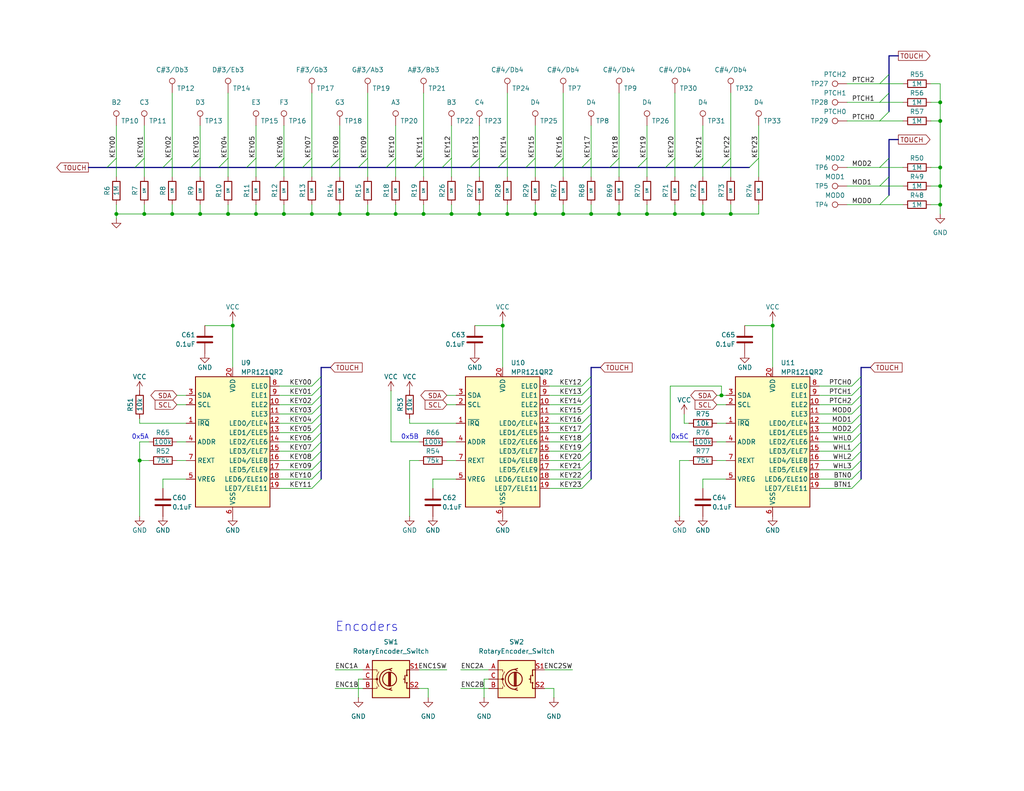
<source format=kicad_sch>
(kicad_sch (version 20231120) (generator "eeschema") (generator_version "8.0")
  (paper "A")
  (title_block (title "pico_synth_sandbox - Touch Keyboard") (date "2024-09-08") (rev "3") (comment 3 "pico-synth-sandbox.dcdalrymple.com") (comment 4 "D Cooper Dalrymple"))
  (junction (at 115.57 58.42))
  (junction (at 161.29 58.42))
  (junction (at 63.5 88.9))
  (junction (at 153.67 58.42))
  (junction (at 77.47 58.42))
  (junction (at 256.54 55.88))
  (junction (at 69.85 58.42))
  (junction (at 107.95 58.42))
  (junction (at 184.15 58.42))
  (junction (at 256.54 50.8))
  (junction (at 256.54 45.72))
  (junction (at 210.82 88.9))
  (junction (at 137.16 88.9))
  (junction (at 256.54 27.94))
  (junction (at 256.54 33.02))
  (junction (at 38.1 125.73))
  (junction (at 199.39 58.42))
  (junction (at 31.75 58.42))
  (junction (at 39.37 58.42))
  (junction (at 46.99 58.42))
  (junction (at 54.61 58.42))
  (junction (at 191.77 58.42))
  (junction (at 123.19 58.42))
  (junction (at 100.33 58.42))
  (junction (at 146.05 58.42))
  (junction (at 168.91 58.42))
  (junction (at 130.81 58.42))
  (junction (at 176.53 58.42))
  (junction (at 85.09 58.42))
  (junction (at 62.23 58.42))
  (junction (at 138.43 58.42))
  (junction (at 92.71 58.42))
  (junction (at 196.85 107.95))
  (bus_entry (at 62.23 43.18) (size -2.54 2.54))
  (bus_entry (at 153.67 43.18) (size -2.54 2.54))
  (bus_entry (at 234.95 115.57) (size -2.54 2.54))
  (bus_entry (at 161.29 130.81) (size -2.54 2.54))
  (bus_entry (at 87.63 118.11) (size -2.54 2.54))
  (bus_entry (at 234.95 105.41) (size -2.54 2.54))
  (bus_entry (at 46.99 43.18) (size -2.54 2.54))
  (bus_entry (at 234.95 120.65) (size -2.54 2.54))
  (bus_entry (at 234.95 123.19) (size -2.54 2.54))
  (bus_entry (at 234.95 130.81) (size -2.54 2.54))
  (bus_entry (at 234.95 128.27) (size -2.54 2.54))
  (bus_entry (at 199.39 43.18) (size -2.54 2.54))
  (bus_entry (at 54.61 43.18) (size -2.54 2.54))
  (bus_entry (at 161.29 113.03) (size -2.54 2.54))
  (bus_entry (at 92.71 43.18) (size -2.54 2.54))
  (bus_entry (at 69.85 43.18) (size -2.54 2.54))
  (bus_entry (at 242.57 30.48) (size -2.54 2.54))
  (bus_entry (at 161.29 120.65) (size -2.54 2.54))
  (bus_entry (at 161.29 115.57) (size -2.54 2.54))
  (bus_entry (at 161.29 128.27) (size -2.54 2.54))
  (bus_entry (at 87.63 113.03) (size -2.54 2.54))
  (bus_entry (at 168.91 43.18) (size -2.54 2.54))
  (bus_entry (at 87.63 102.87) (size -2.54 2.54))
  (bus_entry (at 234.95 102.87) (size -2.54 2.54))
  (bus_entry (at 161.29 125.73) (size -2.54 2.54))
  (bus_entry (at 100.33 43.18) (size -2.54 2.54))
  (bus_entry (at 87.63 107.95) (size -2.54 2.54))
  (bus_entry (at 85.09 43.18) (size -2.54 2.54))
  (bus_entry (at 242.57 48.26) (size -2.54 2.54))
  (bus_entry (at 130.81 43.18) (size -2.54 2.54))
  (bus_entry (at 161.29 110.49) (size -2.54 2.54))
  (bus_entry (at 242.57 43.18) (size -2.54 2.54))
  (bus_entry (at 242.57 53.34) (size -2.54 2.54))
  (bus_entry (at 31.75 43.18) (size -2.54 2.54))
  (bus_entry (at 191.77 43.18) (size -2.54 2.54))
  (bus_entry (at 87.63 123.19) (size -2.54 2.54))
  (bus_entry (at 234.95 118.11) (size -2.54 2.54))
  (bus_entry (at 77.47 43.18) (size -2.54 2.54))
  (bus_entry (at 207.01 43.18) (size -2.54 2.54))
  (bus_entry (at 138.43 43.18) (size -2.54 2.54))
  (bus_entry (at 87.63 128.27) (size -2.54 2.54))
  (bus_entry (at 87.63 115.57) (size -2.54 2.54))
  (bus_entry (at 176.53 43.18) (size -2.54 2.54))
  (bus_entry (at 123.19 43.18) (size -2.54 2.54))
  (bus_entry (at 87.63 125.73) (size -2.54 2.54))
  (bus_entry (at 161.29 43.18) (size -2.54 2.54))
  (bus_entry (at 107.95 43.18) (size -2.54 2.54))
  (bus_entry (at 161.29 105.41) (size -2.54 2.54))
  (bus_entry (at 161.29 107.95) (size -2.54 2.54))
  (bus_entry (at 234.95 125.73) (size -2.54 2.54))
  (bus_entry (at 161.29 123.19) (size -2.54 2.54))
  (bus_entry (at 87.63 130.81) (size -2.54 2.54))
  (bus_entry (at 87.63 110.49) (size -2.54 2.54))
  (bus_entry (at 234.95 110.49) (size -2.54 2.54))
  (bus_entry (at 184.15 43.18) (size -2.54 2.54))
  (bus_entry (at 161.29 102.87) (size -2.54 2.54))
  (bus_entry (at 115.57 43.18) (size -2.54 2.54))
  (bus_entry (at 146.05 43.18) (size -2.54 2.54))
  (bus_entry (at 39.37 43.18) (size -2.54 2.54))
  (bus_entry (at 234.95 107.95) (size -2.54 2.54))
  (bus_entry (at 242.57 20.32) (size -2.54 2.54))
  (bus_entry (at 234.95 113.03) (size -2.54 2.54))
  (bus_entry (at 87.63 105.41) (size -2.54 2.54))
  (bus_entry (at 161.29 118.11) (size -2.54 2.54))
  (bus_entry (at 87.63 120.65) (size -2.54 2.54))
  (bus_entry (at 242.57 25.4) (size -2.54 2.54))
  (bus (pts (xy 242.57 25.4) (xy 242.57 20.32)))
  (wire (pts (xy 196.85 107.95) (xy 198.12 107.95)))
  (wire (pts (xy 76.2 130.81) (xy 85.09 130.81)))
  (bus (pts (xy 74.93 45.72) (xy 82.55 45.72)))
  (wire (pts (xy 149.86 123.19) (xy 158.75 123.19)))
  (wire (pts (xy 196.85 107.95) (xy 196.85 105.41)))
  (wire (pts (xy 199.39 58.42) (xy 191.77 58.42)))
  (wire (pts (xy 210.82 87.63) (xy 210.82 88.9)))
  (wire (pts (xy 115.57 55.88) (xy 115.57 58.42)))
  (bus (pts (xy 242.57 15.24) (xy 245.11 15.24)))
  (wire (pts (xy 63.5 88.9) (xy 63.5 100.33)))
  (bus (pts (xy 161.29 113.03) (xy 161.29 115.57)))
  (wire (pts (xy 44.45 130.81) (xy 50.8 130.81)))
  (bus (pts (xy 90.17 45.72) (xy 97.79 45.72)))
  (wire (pts (xy 39.37 34.29) (xy 39.37 43.18)))
  (wire (pts (xy 130.81 55.88) (xy 130.81 58.42)))
  (wire (pts (xy 48.26 120.65) (xy 50.8 120.65)))
  (wire (pts (xy 76.2 118.11) (xy 85.09 118.11)))
  (wire (pts (xy 223.52 133.35) (xy 232.41 133.35)))
  (bus (pts (xy 234.95 123.19) (xy 234.95 125.73)))
  (wire (pts (xy 38.1 115.57) (xy 50.8 115.57)))
  (bus (pts (xy 87.63 102.87) (xy 87.63 105.41)))
  (bus (pts (xy 242.57 43.18) (xy 242.57 38.1)))
  (bus (pts (xy 234.95 113.03) (xy 234.95 115.57)))
  (bus (pts (xy 87.63 128.27) (xy 87.63 130.81)))
  (bus (pts (xy 234.95 120.65) (xy 234.95 123.19)))
  (wire (pts (xy 256.54 45.72) (xy 256.54 50.8)))
  (wire (pts (xy 161.29 58.42) (xy 161.29 55.88)))
  (wire (pts (xy 191.77 34.29) (xy 191.77 43.18)))
  (wire (pts (xy 54.61 43.18) (xy 54.61 48.26)))
  (wire (pts (xy 62.23 58.42) (xy 69.85 58.42)))
  (wire (pts (xy 223.52 130.81) (xy 232.41 130.81)))
  (wire (pts (xy 31.75 58.42) (xy 39.37 58.42)))
  (wire (pts (xy 123.19 58.42) (xy 130.81 58.42)))
  (bus (pts (xy 242.57 38.1) (xy 245.11 38.1)))
  (wire (pts (xy 123.19 34.29) (xy 123.19 43.18)))
  (wire (pts (xy 149.86 130.81) (xy 158.75 130.81)))
  (bus (pts (xy 242.57 30.48) (xy 242.57 25.4)))
  (bus (pts (xy 87.63 123.19) (xy 87.63 125.73)))
  (wire (pts (xy 69.85 55.88) (xy 69.85 58.42)))
  (wire (pts (xy 199.39 58.42) (xy 207.01 58.42)))
  (wire (pts (xy 182.88 120.65) (xy 187.96 120.65)))
  (bus (pts (xy 44.45 45.72) (xy 52.07 45.72)))
  (bus (pts (xy 161.29 100.33) (xy 161.29 102.87)))
  (wire (pts (xy 85.09 55.88) (xy 85.09 58.42)))
  (bus (pts (xy 158.75 45.72) (xy 166.37 45.72)))
  (wire (pts (xy 77.47 34.29) (xy 77.47 43.18)))
  (wire (pts (xy 146.05 43.18) (xy 146.05 48.26)))
  (bus (pts (xy 67.31 45.72) (xy 74.93 45.72)))
  (wire (pts (xy 191.77 58.42) (xy 191.77 55.88)))
  (bus (pts (xy 52.07 45.72) (xy 59.69 45.72)))
  (bus (pts (xy 173.99 45.72) (xy 181.61 45.72)))
  (wire (pts (xy 138.43 55.88) (xy 138.43 58.42)))
  (wire (pts (xy 48.26 125.73) (xy 50.8 125.73)))
  (wire (pts (xy 76.2 120.65) (xy 85.09 120.65)))
  (bus (pts (xy 181.61 45.72) (xy 189.23 45.72)))
  (bus (pts (xy 24.13 45.72) (xy 29.21 45.72)))
  (bus (pts (xy 87.63 107.95) (xy 87.63 110.49)))
  (bus (pts (xy 59.69 45.72) (xy 67.31 45.72)))
  (wire (pts (xy 207.01 43.18) (xy 207.01 48.26)))
  (bus (pts (xy 36.83 45.72) (xy 44.45 45.72)))
  (wire (pts (xy 115.57 58.42) (xy 123.19 58.42)))
  (wire (pts (xy 76.2 110.49) (xy 85.09 110.49)))
  (wire (pts (xy 121.92 107.95) (xy 124.46 107.95)))
  (bus (pts (xy 120.65 45.72) (xy 128.27 45.72)))
  (wire (pts (xy 76.2 123.19) (xy 85.09 123.19)))
  (bus (pts (xy 161.29 110.49) (xy 161.29 113.03)))
  (wire (pts (xy 54.61 34.29) (xy 54.61 43.18)))
  (wire (pts (xy 223.52 105.41) (xy 232.41 105.41)))
  (wire (pts (xy 254 22.86) (xy 256.54 22.86)))
  (wire (pts (xy 97.79 185.42) (xy 97.79 190.5)))
  (wire (pts (xy 31.75 43.18) (xy 31.75 48.26)))
  (wire (pts (xy 76.2 125.73) (xy 85.09 125.73)))
  (wire (pts (xy 92.71 58.42) (xy 100.33 58.42)))
  (wire (pts (xy 54.61 58.42) (xy 62.23 58.42)))
  (wire (pts (xy 138.43 58.42) (xy 146.05 58.42)))
  (wire (pts (xy 256.54 33.02) (xy 256.54 45.72)))
  (wire (pts (xy 138.43 25.4) (xy 138.43 43.18)))
  (bus (pts (xy 161.29 115.57) (xy 161.29 118.11)))
  (wire (pts (xy 149.86 125.73) (xy 158.75 125.73)))
  (wire (pts (xy 46.99 58.42) (xy 54.61 58.42)))
  (bus (pts (xy 242.57 48.26) (xy 242.57 43.18)))
  (wire (pts (xy 76.2 113.03) (xy 85.09 113.03)))
  (wire (pts (xy 48.26 107.95) (xy 50.8 107.95)))
  (wire (pts (xy 121.92 125.73) (xy 124.46 125.73)))
  (bus (pts (xy 161.29 107.95) (xy 161.29 110.49)))
  (bus (pts (xy 161.29 102.87) (xy 161.29 105.41)))
  (bus (pts (xy 161.29 120.65) (xy 161.29 123.19)))
  (wire (pts (xy 240.03 50.8) (xy 246.38 50.8)))
  (wire (pts (xy 46.99 25.4) (xy 46.99 43.18)))
  (bus (pts (xy 234.95 115.57) (xy 234.95 118.11)))
  (wire (pts (xy 207.01 34.29) (xy 207.01 43.18)))
  (wire (pts (xy 114.3 182.88) (xy 121.92 182.88)))
  (bus (pts (xy 234.95 128.27) (xy 234.95 130.81)))
  (wire (pts (xy 77.47 58.42) (xy 85.09 58.42)))
  (wire (pts (xy 130.81 43.18) (xy 130.81 48.26)))
  (wire (pts (xy 168.91 43.18) (xy 168.91 48.26)))
  (wire (pts (xy 161.29 43.18) (xy 161.29 48.26)))
  (wire (pts (xy 256.54 33.02) (xy 254 33.02)))
  (bus (pts (xy 161.29 128.27) (xy 161.29 130.81)))
  (bus (pts (xy 87.63 105.41) (xy 87.63 107.95)))
  (bus (pts (xy 29.21 45.72) (xy 36.83 45.72)))
  (wire (pts (xy 195.58 115.57) (xy 198.12 115.57)))
  (wire (pts (xy 153.67 43.18) (xy 153.67 48.26)))
  (wire (pts (xy 118.11 130.81) (xy 124.46 130.81)))
  (wire (pts (xy 46.99 43.18) (xy 46.99 48.26)))
  (wire (pts (xy 54.61 55.88) (xy 54.61 58.42)))
  (wire (pts (xy 62.23 25.4) (xy 62.23 43.18)))
  (bus (pts (xy 82.55 45.72) (xy 90.17 45.72)))
  (wire (pts (xy 223.52 125.73) (xy 232.41 125.73)))
  (wire (pts (xy 63.5 88.9) (xy 55.88 88.9)))
  (wire (pts (xy 149.86 107.95) (xy 158.75 107.95)))
  (bus (pts (xy 90.17 100.33) (xy 87.63 100.33)))
  (wire (pts (xy 92.71 55.88) (xy 92.71 58.42)))
  (bus (pts (xy 97.79 45.72) (xy 105.41 45.72)))
  (wire (pts (xy 195.58 107.95) (xy 196.85 107.95)))
  (wire (pts (xy 111.76 125.73) (xy 114.3 125.73)))
  (bus (pts (xy 87.63 100.33) (xy 87.63 102.87)))
  (wire (pts (xy 149.86 110.49) (xy 158.75 110.49)))
  (bus (pts (xy 113.03 45.72) (xy 120.65 45.72)))
  (wire (pts (xy 199.39 43.18) (xy 199.39 48.26)))
  (wire (pts (xy 254 27.94) (xy 256.54 27.94)))
  (wire (pts (xy 148.59 182.88) (xy 156.21 182.88)))
  (wire (pts (xy 44.45 133.35) (xy 44.45 130.81)))
  (wire (pts (xy 148.59 187.96) (xy 151.13 187.96)))
  (wire (pts (xy 231.14 27.94) (xy 240.03 27.94)))
  (bus (pts (xy 234.95 105.41) (xy 234.95 107.95)))
  (bus (pts (xy 105.41 45.72) (xy 113.03 45.72)))
  (wire (pts (xy 48.26 110.49) (xy 50.8 110.49)))
  (wire (pts (xy 125.73 182.88) (xy 133.35 182.88)))
  (wire (pts (xy 231.14 45.72) (xy 240.03 45.72)))
  (wire (pts (xy 168.91 58.42) (xy 176.53 58.42)))
  (wire (pts (xy 125.73 187.96) (xy 133.35 187.96)))
  (wire (pts (xy 168.91 58.42) (xy 161.29 58.42)))
  (wire (pts (xy 176.53 43.18) (xy 176.53 48.26)))
  (bus (pts (xy 87.63 110.49) (xy 87.63 113.03)))
  (wire (pts (xy 153.67 58.42) (xy 146.05 58.42)))
  (wire (pts (xy 176.53 34.29) (xy 176.53 43.18)))
  (wire (pts (xy 223.52 128.27) (xy 232.41 128.27)))
  (wire (pts (xy 85.09 43.18) (xy 85.09 48.26)))
  (wire (pts (xy 111.76 114.3) (xy 111.76 115.57)))
  (wire (pts (xy 106.68 120.65) (xy 114.3 120.65)))
  (wire (pts (xy 123.19 43.18) (xy 123.19 48.26)))
  (wire (pts (xy 254 45.72) (xy 256.54 45.72)))
  (wire (pts (xy 256.54 58.42) (xy 256.54 55.88)))
  (wire (pts (xy 195.58 120.65) (xy 198.12 120.65)))
  (bus (pts (xy 166.37 45.72) (xy 173.99 45.72)))
  (wire (pts (xy 138.43 58.42) (xy 130.81 58.42)))
  (wire (pts (xy 223.52 115.57) (xy 232.41 115.57)))
  (wire (pts (xy 38.1 120.65) (xy 40.64 120.65)))
  (bus (pts (xy 234.95 110.49) (xy 234.95 113.03)))
  (wire (pts (xy 100.33 58.42) (xy 107.95 58.42)))
  (wire (pts (xy 111.76 140.97) (xy 111.76 125.73)))
  (wire (pts (xy 115.57 43.18) (xy 115.57 48.26)))
  (wire (pts (xy 107.95 43.18) (xy 107.95 48.26)))
  (bus (pts (xy 151.13 45.72) (xy 158.75 45.72)))
  (wire (pts (xy 223.52 118.11) (xy 232.41 118.11)))
  (wire (pts (xy 114.3 187.96) (xy 116.84 187.96)))
  (wire (pts (xy 161.29 34.29) (xy 161.29 43.18)))
  (wire (pts (xy 184.15 55.88) (xy 184.15 58.42)))
  (wire (pts (xy 91.44 182.88) (xy 99.06 182.88)))
  (wire (pts (xy 115.57 25.4) (xy 115.57 43.18)))
  (bus (pts (xy 128.27 45.72) (xy 135.89 45.72)))
  (wire (pts (xy 168.91 25.4) (xy 168.91 43.18)))
  (wire (pts (xy 149.86 115.57) (xy 158.75 115.57)))
  (wire (pts (xy 31.75 59.69) (xy 31.75 58.42)))
  (wire (pts (xy 191.77 130.81) (xy 198.12 130.81)))
  (wire (pts (xy 130.81 34.29) (xy 130.81 43.18)))
  (wire (pts (xy 153.67 55.88) (xy 153.67 58.42)))
  (bus (pts (xy 242.57 20.32) (xy 242.57 15.24)))
  (wire (pts (xy 184.15 58.42) (xy 191.77 58.42)))
  (wire (pts (xy 100.33 25.4) (xy 100.33 43.18)))
  (wire (pts (xy 77.47 55.88) (xy 77.47 58.42)))
  (wire (pts (xy 182.88 105.41) (xy 182.88 120.65)))
  (wire (pts (xy 77.47 43.18) (xy 77.47 48.26)))
  (wire (pts (xy 254 50.8) (xy 256.54 50.8)))
  (wire (pts (xy 182.88 105.41) (xy 196.85 105.41)))
  (wire (pts (xy 210.82 88.9) (xy 210.82 100.33)))
  (wire (pts (xy 107.95 55.88) (xy 107.95 58.42)))
  (bus (pts (xy 87.63 120.65) (xy 87.63 123.19)))
  (wire (pts (xy 62.23 55.88) (xy 62.23 58.42)))
  (wire (pts (xy 240.03 22.86) (xy 246.38 22.86)))
  (wire (pts (xy 38.1 125.73) (xy 38.1 120.65)))
  (wire (pts (xy 256.54 27.94) (xy 256.54 33.02)))
  (wire (pts (xy 146.05 58.42) (xy 146.05 55.88)))
  (bus (pts (xy 161.29 125.73) (xy 161.29 128.27)))
  (wire (pts (xy 223.52 113.03) (xy 232.41 113.03)))
  (bus (pts (xy 237.49 100.33) (xy 234.95 100.33)))
  (bus (pts (xy 242.57 53.34) (xy 242.57 48.26)))
  (wire (pts (xy 176.53 58.42) (xy 176.53 55.88)))
  (wire (pts (xy 138.43 43.18) (xy 138.43 48.26)))
  (wire (pts (xy 240.03 55.88) (xy 246.38 55.88)))
  (wire (pts (xy 199.39 55.88) (xy 199.39 58.42)))
  (wire (pts (xy 107.95 34.29) (xy 107.95 43.18)))
  (wire (pts (xy 256.54 50.8) (xy 256.54 55.88)))
  (wire (pts (xy 38.1 140.97) (xy 38.1 125.73)))
  (wire (pts (xy 153.67 58.42) (xy 161.29 58.42)))
  (bus (pts (xy 143.51 45.72) (xy 151.13 45.72)))
  (bus (pts (xy 87.63 113.03) (xy 87.63 115.57)))
  (wire (pts (xy 46.99 55.88) (xy 46.99 58.42)))
  (wire (pts (xy 132.08 185.42) (xy 132.08 190.5)))
  (wire (pts (xy 256.54 22.86) (xy 256.54 27.94)))
  (wire (pts (xy 168.91 55.88) (xy 168.91 58.42)))
  (wire (pts (xy 91.44 187.96) (xy 99.06 187.96)))
  (wire (pts (xy 186.69 115.57) (xy 187.96 115.57)))
  (wire (pts (xy 185.42 125.73) (xy 187.96 125.73)))
  (wire (pts (xy 69.85 58.42) (xy 77.47 58.42)))
  (wire (pts (xy 106.68 106.68) (xy 106.68 120.65)))
  (wire (pts (xy 153.67 25.4) (xy 153.67 43.18)))
  (wire (pts (xy 137.16 87.63) (xy 137.16 88.9)))
  (wire (pts (xy 151.13 187.96) (xy 151.13 190.5)))
  (bus (pts (xy 161.29 105.41) (xy 161.29 107.95)))
  (wire (pts (xy 146.05 34.29) (xy 146.05 43.18)))
  (wire (pts (xy 100.33 55.88) (xy 100.33 58.42)))
  (wire (pts (xy 210.82 88.9) (xy 203.2 88.9)))
  (wire (pts (xy 121.92 110.49) (xy 124.46 110.49)))
  (wire (pts (xy 92.71 43.18) (xy 92.71 48.26)))
  (bus (pts (xy 135.89 45.72) (xy 143.51 45.72)))
  (wire (pts (xy 107.95 58.42) (xy 115.57 58.42)))
  (wire (pts (xy 31.75 34.29) (xy 31.75 43.18)))
  (wire (pts (xy 231.14 33.02) (xy 240.03 33.02)))
  (wire (pts (xy 256.54 55.88) (xy 254 55.88)))
  (wire (pts (xy 231.14 22.86) (xy 240.03 22.86)))
  (bus (pts (xy 87.63 125.73) (xy 87.63 128.27)))
  (wire (pts (xy 191.77 43.18) (xy 191.77 48.26)))
  (wire (pts (xy 123.19 55.88) (xy 123.19 58.42)))
  (wire (pts (xy 149.86 105.41) (xy 158.75 105.41)))
  (wire (pts (xy 39.37 58.42) (xy 46.99 58.42)))
  (wire (pts (xy 85.09 58.42) (xy 92.71 58.42)))
  (wire (pts (xy 184.15 43.18) (xy 184.15 48.26)))
  (wire (pts (xy 231.14 55.88) (xy 240.03 55.88)))
  (wire (pts (xy 149.86 113.03) (xy 158.75 113.03)))
  (wire (pts (xy 223.52 110.49) (xy 232.41 110.49)))
  (wire (pts (xy 63.5 87.63) (xy 63.5 88.9)))
  (wire (pts (xy 199.39 25.4) (xy 199.39 43.18)))
  (bus (pts (xy 234.95 102.87) (xy 234.95 105.41)))
  (wire (pts (xy 76.2 105.41) (xy 85.09 105.41)))
  (wire (pts (xy 149.86 133.35) (xy 158.75 133.35)))
  (wire (pts (xy 111.76 115.57) (xy 124.46 115.57)))
  (wire (pts (xy 195.58 125.73) (xy 198.12 125.73)))
  (wire (pts (xy 137.16 88.9) (xy 129.54 88.9)))
  (wire (pts (xy 133.35 185.42) (xy 132.08 185.42)))
  (wire (pts (xy 116.84 187.96) (xy 116.84 190.5)))
  (wire (pts (xy 38.1 114.3) (xy 38.1 115.57)))
  (wire (pts (xy 69.85 34.29) (xy 69.85 43.18)))
  (wire (pts (xy 97.79 185.42) (xy 99.06 185.42)))
  (bus (pts (xy 87.63 115.57) (xy 87.63 118.11)))
  (wire (pts (xy 149.86 118.11) (xy 158.75 118.11)))
  (bus (pts (xy 161.29 123.19) (xy 161.29 125.73)))
  (wire (pts (xy 223.52 107.95) (xy 232.41 107.95)))
  (wire (pts (xy 149.86 120.65) (xy 158.75 120.65)))
  (wire (pts (xy 223.52 120.65) (xy 232.41 120.65)))
  (bus (pts (xy 87.63 118.11) (xy 87.63 120.65)))
  (wire (pts (xy 121.92 120.65) (xy 124.46 120.65)))
  (wire (pts (xy 38.1 125.73) (xy 40.64 125.73)))
  (wire (pts (xy 39.37 55.88) (xy 39.37 58.42)))
  (bus (pts (xy 196.85 45.72) (xy 204.47 45.72)))
  (wire (pts (xy 85.09 25.4) (xy 85.09 43.18)))
  (wire (pts (xy 223.52 123.19) (xy 232.41 123.19)))
  (bus (pts (xy 234.95 118.11) (xy 234.95 120.65)))
  (bus (pts (xy 234.95 125.73) (xy 234.95 128.27)))
  (bus (pts (xy 161.29 118.11) (xy 161.29 120.65)))
  (wire (pts (xy 231.14 50.8) (xy 240.03 50.8)))
  (wire (pts (xy 149.86 128.27) (xy 158.75 128.27)))
  (wire (pts (xy 240.03 45.72) (xy 246.38 45.72)))
  (wire (pts (xy 39.37 43.18) (xy 39.37 48.26)))
  (wire (pts (xy 137.16 88.9) (xy 137.16 100.33)))
  (bus (pts (xy 189.23 45.72) (xy 196.85 45.72)))
  (wire (pts (xy 69.85 43.18) (xy 69.85 48.26)))
  (wire (pts (xy 184.15 25.4) (xy 184.15 43.18)))
  (wire (pts (xy 76.2 115.57) (xy 85.09 115.57)))
  (wire (pts (xy 191.77 133.35) (xy 191.77 130.81)))
  (wire (pts (xy 240.03 33.02) (xy 246.38 33.02)))
  (wire (pts (xy 184.15 58.42) (xy 176.53 58.42)))
  (wire (pts (xy 186.69 113.03) (xy 186.69 115.57)))
  (wire (pts (xy 240.03 27.94) (xy 246.38 27.94)))
  (wire (pts (xy 100.33 43.18) (xy 100.33 48.26)))
  (bus (pts (xy 234.95 100.33) (xy 234.95 102.87)))
  (wire (pts (xy 195.58 110.49) (xy 198.12 110.49)))
  (bus (pts (xy 234.95 107.95) (xy 234.95 110.49)))
  (wire (pts (xy 185.42 140.97) (xy 185.42 125.73)))
  (wire (pts (xy 76.2 133.35) (xy 85.09 133.35)))
  (wire (pts (xy 207.01 58.42) (xy 207.01 55.88)))
  (wire (pts (xy 31.75 58.42) (xy 31.75 55.88)))
  (wire (pts (xy 92.71 34.29) (xy 92.71 43.18)))
  (wire (pts (xy 118.11 133.35) (xy 118.11 130.81)))
  (wire (pts (xy 62.23 43.18) (xy 62.23 48.26)))
  (wire (pts (xy 76.2 128.27) (xy 85.09 128.27)))
  (bus (pts (xy 163.83 100.33) (xy 161.29 100.33)))
  (wire (pts (xy 76.2 107.95) (xy 85.09 107.95)))
  (text "0x5B" (at 114.3 119.38 0) (effects (font (size 1.27 1.27)) (justify right)))
  (text "Encoders" (at 91.44 172.72 0) (effects (font (size 2.54 2.54)) (justify left bottom)))
  (text "0x5C" (at 187.96 119.38 0) (effects (font (size 1.27 1.27)) (justify right)))
  (text "0x5A" (at 40.64 119.38 0) (effects (font (size 1.27 1.27)) (justify right)))
  (label "PTCH0" (at 232.41 105.41 180))
  (label "KEY05" (at 69.85 43.18 90))
  (label "KEY08" (at 85.09 125.73 180))
  (label "KEY23" (at 207.01 43.18 90))
  (label "KEY19" (at 176.53 43.18 90))
  (label "MOD0" (at 232.41 55.88 0))
  (label "KEY14" (at 158.75 110.49 180))
  (label "KEY09" (at 85.09 128.27 180))
  (label "KEY21" (at 158.75 128.27 180))
  (label "ENC1SW" (at 121.92 182.88 180))
  (label "KEY00" (at 85.09 105.41 180))
  (label "KEY02" (at 85.09 110.49 180))
  (label "KEY15" (at 158.75 113.03 180))
  (label "KEY01" (at 39.37 43.18 90))
  (label "KEY10" (at 107.95 43.18 90))
  (label "KEY22" (at 158.75 130.81 180))
  (label "KEY04" (at 62.23 43.18 90))
  (label "KEY11" (at 85.09 133.35 180))
  (label "KEY03" (at 54.61 43.18 90))
  (label "ENC2A" (at 125.73 182.88 0))
  (label "BTN1" (at 232.41 133.35 180))
  (label "KEY04" (at 85.09 115.57 180))
  (label "KEY22" (at 199.39 43.18 90))
  (label "KEY20" (at 184.15 43.18 90))
  (label "KEY08" (at 92.71 43.18 90))
  (label "BTN0" (at 232.41 130.81 180))
  (label "KEY16" (at 158.75 115.57 180))
  (label "KEY06" (at 77.47 43.18 90))
  (label "KEY07" (at 85.09 43.18 90))
  (label "MOD2" (at 232.41 118.11 180))
  (label "KEY05" (at 85.09 118.11 180))
  (label "KEY14" (at 138.43 43.18 90))
  (label "WHL2" (at 232.41 125.73 180))
  (label "ENC1A" (at 91.44 182.88 0))
  (label "KEY00" (at 31.75 43.18 90))
  (label "ENC2B" (at 125.73 187.96 0))
  (label "KEY23" (at 158.75 133.35 180))
  (label "KEY11" (at 115.57 43.18 90))
  (label "PTCH2" (at 232.41 110.49 180))
  (label "KEY21" (at 191.77 43.18 90))
  (label "KEY17" (at 158.75 118.11 180))
  (label "KEY12" (at 158.75 105.41 180))
  (label "MOD0" (at 232.41 113.03 180))
  (label "KEY09" (at 100.33 43.18 90))
  (label "PTCH1" (at 232.41 107.95 180))
  (label "KEY18" (at 158.75 120.65 180))
  (label "KEY10" (at 85.09 130.81 180))
  (label "MOD2" (at 232.41 45.72 0))
  (label "KEY13" (at 158.75 107.95 180))
  (label "KEY02" (at 46.99 43.18 90))
  (label "KEY07" (at 85.09 123.19 180))
  (label "KEY03" (at 85.09 113.03 180))
  (label "WHL3" (at 232.41 128.27 180))
  (label "KEY06" (at 85.09 120.65 180))
  (label "KEY18" (at 168.91 43.18 90))
  (label "KEY01" (at 85.09 107.95 180))
  (label "KEY20" (at 158.75 125.73 180))
  (label "KEY16" (at 153.67 43.18 90))
  (label "KEY17" (at 161.29 43.18 90))
  (label "ENC1B" (at 91.44 187.96 0))
  (label "KEY15" (at 146.05 43.18 90))
  (label "KEY19" (at 158.75 123.19 180))
  (label "PTCH2" (at 232.41 22.86 0))
  (label "PTCH0" (at 232.41 33.02 0))
  (label "WHL1" (at 232.41 123.19 180))
  (label "KEY12" (at 123.19 43.18 90))
  (label "PTCH1" (at 232.41 27.94 0))
  (label "WHL0" (at 232.41 120.65 180))
  (label "KEY13" (at 130.81 43.18 90))
  (label "ENC2SW" (at 156.21 182.88 180))
  (label "MOD1" (at 232.41 50.8 0))
  (label "MOD1" (at 232.41 115.57 180))
  (global_label "SCL" (shape input) (at 195.58 110.49 180) (property "Intersheetrefs" "${INTERSHEET_REFS}" (effects (hide yes))))
  (global_label "TOUCH" (shape output) (at 24.13 45.72 180) (property "Intersheetrefs" "${INTERSHEET_REFS}" (effects (hide yes))))
  (global_label "SDA" (shape bidirectional) (at 195.58 107.95 180) (property "Intersheetrefs" "${INTERSHEET_REFS}" (effects (hide yes))))
  (global_label "TOUCH" (shape output) (at 245.11 38.1 0) (property "Intersheetrefs" "${INTERSHEET_REFS}" (effects (hide yes))))
  (global_label "TOUCH" (shape input) (at 237.49 100.33 0) (property "Intersheetrefs" "${INTERSHEET_REFS}" (effects (hide yes))))
  (global_label "SDA" (shape bidirectional) (at 121.92 107.95 180) (property "Intersheetrefs" "${INTERSHEET_REFS}" (effects (hide yes))))
  (global_label "SCL" (shape input) (at 48.26 110.49 180) (property "Intersheetrefs" "${INTERSHEET_REFS}" (effects (hide yes))))
  (global_label "TOUCH" (shape input) (at 90.17 100.33 0) (property "Intersheetrefs" "${INTERSHEET_REFS}" (effects (hide yes))))
  (global_label "TOUCH" (shape input) (at 163.83 100.33 0) (property "Intersheetrefs" "${INTERSHEET_REFS}" (effects (hide yes))))
  (global_label "SCL" (shape input) (at 121.92 110.49 180) (property "Intersheetrefs" "${INTERSHEET_REFS}" (effects (hide yes))))
  (global_label "TOUCH" (shape output) (at 245.11 15.24 0) (property "Intersheetrefs" "${INTERSHEET_REFS}" (effects (hide yes))))
  (global_label "SDA" (shape bidirectional) (at 48.26 107.95 180) (property "Intersheetrefs" "${INTERSHEET_REFS}" (effects (hide yes))))
  (symbol (lib_id "Connector:TestPoint") (at 107.95 34.29 0) (mirror y) (unit 1)
    (property "Reference" "TP20" (at 109.22 33.02 0) (effects (justify right)))
    (property "Value" "A3" (at 107.95 27.94 0))
    (property "Footprint" "pico_synth_sandbox:CapKeysWhiteMiddle" (effects (hide yes)))
  )
  (symbol (lib_id "Connector:TestPoint") (at 231.14 50.8 90) (unit 1)
    (property "Reference" "TP5" (at 226.06 50.8 90) (effects (justify left)))
    (property "Value" "MOD1" (at 227.838 48.26 90))
    (property "Description" "test point" (effects (hide yes)))
  )
  (symbol (lib_id "Connector:TestPoint") (at 231.14 33.02 90) (unit 1)
    (property "Reference" "TP29" (at 226.06 33.02 90) (effects (justify left)))
    (property "Value" "PTCH0" (at 227.838 30.48 90))
    (property "Description" "test point" (effects (hide yes)))
  )
  (symbol (lib_id "Device:R") (at 184.15 52.07 0) (mirror x) (unit 1)
    (property "Reference" "R71" (at 181.61 52.07 90))
    (property "Value" "1M" (at 184.15 52.07 90) (effects (font (size 0.635 0.635))))
    (property "Description" "Resistor" (effects (hide yes)))
  )
  (symbol (lib_id "Connector:TestPoint") (at 115.57 25.4 0) (mirror y) (unit 1)
    (property "Reference" "TP21" (at 116.84 24.13 0) (effects (justify right)))
    (property "Value" "A#3/Bb3" (at 115.57 19.05 0))
    (property "Footprint" "pico_synth_sandbox:CapKeysBlack" (effects (hide yes)))
  )
  (symbol (lib_id "Connector:TestPoint") (at 130.81 34.29 0) (mirror y) (unit 1)
    (property "Reference" "TP23" (at 132.08 33.02 0) (effects (justify right)))
    (property "Value" "C4" (at 130.81 27.94 0))
    (property "Footprint" "pico_synth_sandbox:CapKeysWhiteLeft" (effects (hide yes)))
  )
  (symbol (lib_id "Device:R") (at 250.19 55.88 90) (mirror x) (unit 1)
    (property "Reference" "R48" (at 250.19 53.34 90))
    (property "Value" "1M" (at 250.19 55.88 90))
    (property "Description" "Resistor" (effects (hide yes)))
  )
  (symbol (lib_id "Connector:TestPoint") (at 100.33 25.4 0) (mirror y) (unit 1)
    (property "Reference" "TP19" (at 101.6 24.13 0) (effects (justify right)))
    (property "Value" "G#3/Ab3" (at 100.33 19.05 0))
    (property "Footprint" "pico_synth_sandbox:CapKeysBlack" (effects (hide yes)))
  )
  (symbol (lib_id "power:GND") (at 118.11 140.97 0) (unit 1)
    (property "Reference" "#PWR099" (effects (hide yes)))
    (property "Value" "GND" (at 118.11 144.78 0))
    (property "Description" "Power symbol creates a global label with name \"GND\" , ground" (effects (hide yes)))
  )
  (symbol (lib_id "Device:R") (at 191.77 115.57 270) (mirror x) (unit 1)
    (property "Reference" "R75" (at 191.77 113.03 90))
    (property "Value" "10k" (at 191.77 115.57 90))
    (property "Description" "Resistor" (effects (hide yes)))
  )
  (symbol (lib_id "power:VCC") (at 111.76 106.68 0) (unit 1)
    (property "Reference" "#PWR097" (effects (hide yes)))
    (property "Value" "VCC" (at 111.76 102.87 0))
    (property "Description" "Power symbol creates a global label with name \"VCC\"" (effects (hide yes)))
  )
  (symbol (lib_id "Connector:TestPoint") (at 77.47 34.29 0) (mirror y) (unit 1)
    (property "Reference" "TP16" (at 78.74 33.02 0) (effects (justify right)))
    (property "Value" "F3" (at 77.47 27.94 0))
    (property "Footprint" "pico_synth_sandbox:CapKeysWhiteLeft" (effects (hide yes)))
  )
  (symbol (lib_id "Connector:TestPoint") (at 207.01 34.29 0) (mirror y) (unit 1)
    (property "Reference" "TP33" (at 208.28 33.02 0) (effects (justify right)))
    (property "Value" "D4" (at 207.01 27.94 0))
    (property "Footprint" "pico_synth_sandbox:CapKeysWhiteRight" (effects (hide yes)))
  )
  (symbol (lib_id "Device:R") (at 100.33 52.07 0) (mirror x) (unit 1)
    (property "Reference" "R15" (at 97.79 52.07 90))
    (property "Value" "1M" (at 100.33 52.07 90) (effects (font (size 0.635 0.635))))
    (property "Description" "Resistor" (effects (hide yes)))
  )
  (symbol (lib_id "Connector:TestPoint") (at 191.77 34.29 0) (mirror y) (unit 1)
    (property "Reference" "TP31" (at 193.04 33.02 0) (effects (justify right)))
    (property "Value" "D4" (at 191.77 27.94 0))
    (property "Footprint" "pico_synth_sandbox:CapKeysWhiteRight" (effects (hide yes)))
  )
  (symbol (lib_id "Device:R") (at 123.19 52.07 0) (mirror x) (unit 1)
    (property "Reference" "R26" (at 120.65 52.07 90))
    (property "Value" "1M" (at 123.19 52.07 90) (effects (font (size 0.635 0.635))))
    (property "Description" "Resistor" (effects (hide yes)))
  )
  (symbol (lib_id "Device:R") (at 161.29 52.07 0) (mirror x) (unit 1)
    (property "Reference" "R68" (at 158.75 52.07 90))
    (property "Value" "1M" (at 161.29 52.07 90) (effects (font (size 0.635 0.635))))
    (property "Description" "Resistor" (effects (hide yes)))
  )
  (symbol (lib_id "Device:RotaryEncoder_Switch") (at 140.97 185.42 0) (unit 1)
    (property "Reference" "SW2" (at 140.97 175.26 0))
    (property "Value" "RotaryEncoder_Switch" (at 140.97 177.8 0))
    (property "Footprint" "Rotary_Encoder:RotaryEncoder_Alps_EC11E-Switch_Vertical_H20mm" (effects (hide yes)))
  )
  (symbol (lib_id "Connector:TestPoint") (at 46.99 25.4 0) (mirror y) (unit 1)
    (property "Reference" "TP12" (at 48.26 24.13 0) (effects (justify right)))
    (property "Value" "C#3/Db3" (at 46.99 19.05 0))
    (property "Footprint" "pico_synth_sandbox:CapKeysBlack" (effects (hide yes)))
  )
  (symbol (lib_id "Device:R") (at 77.47 52.07 0) (mirror x) (unit 1)
    (property "Reference" "R12" (at 74.93 52.07 90))
    (property "Value" "1M" (at 77.47 52.07 90) (effects (font (size 0.635 0.635))))
    (property "Description" "Resistor" (effects (hide yes)))
  )
  (symbol (lib_id "Device:C") (at 118.11 137.16 0) (unit 1)
    (property "Reference" "C62" (at 120.65 135.89 0) (effects (justify left)))
    (property "Value" "0.1uF" (at 120.65 138.43 0) (effects (justify left)))
    (property "Description" "Unpolarized capacitor" (effects (hide yes)))
  )
  (symbol (lib_id "power:GND") (at 129.54 96.52 0) (unit 1)
    (property "Reference" "#PWR0100" (effects (hide yes)))
    (property "Value" "GND" (at 129.54 100.33 0))
    (property "Description" "Power symbol creates a global label with name \"GND\" , ground" (effects (hide yes)))
  )
  (symbol (lib_id "Sensor_Touch:MPR121QR2") (at 63.5 120.65 0) (unit 1)
    (property "Reference" "U9" (at 65.6941 99.06 0) (effects (justify left)))
    (property "Value" "MPR121QR2" (at 65.6941 101.6 0) (effects (justify left)))
    (property "Footprint" "Package_DFN_QFN:UQFN-20_3x3mm_P0.4mm" (effects (hide yes)))
    (property "Datasheet" "https://resurgentsemi.com/wp-content/uploads/2018/09/MPR121_rev5-Resurgent.pdf?d453f8&d453f8" (effects (hide yes)))
    (property "Description" "12ch Touch Sensor controller, UQFN-20" (effects (hide yes)))
  )
  (symbol (lib_id "Connector:TestPoint") (at 168.91 25.4 0) (mirror y) (unit 1)
    (property "Reference" "TP9" (at 170.18 24.13 0) (effects (justify right)))
    (property "Value" "C#4/Db4" (at 168.91 19.05 0))
    (property "Footprint" "pico_synth_sandbox:CapKeysBlack" (effects (hide yes)))
  )
  (symbol (lib_id "Device:R") (at 130.81 52.07 0) (mirror x) (unit 1)
    (property "Reference" "R27" (at 128.27 52.07 90))
    (property "Value" "1M" (at 130.81 52.07 90) (effects (font (size 0.635 0.635))))
    (property "Description" "Resistor" (effects (hide yes)))
  )
  (symbol (lib_id "Device:R") (at 44.45 120.65 90) (unit 1)
    (property "Reference" "R65" (at 44.45 118.11 90))
    (property "Value" "100k" (at 44.45 120.65 90))
    (property "Description" "Resistor" (effects (hide yes)))
  )
  (symbol (lib_id "Device:R") (at 39.37 52.07 0) (mirror x) (unit 1)
    (property "Reference" "R7" (at 36.83 52.07 90))
    (property "Value" "1M" (at 39.37 52.07 90) (effects (font (size 0.635 0.635))))
    (property "Description" "Resistor" (effects (hide yes)))
  )
  (symbol (lib_id "Connector:TestPoint") (at 231.14 22.86 90) (unit 1)
    (property "Reference" "TP27" (at 226.06 22.86 90) (effects (justify left)))
    (property "Value" "PTCH2" (at 227.838 20.32 90))
    (property "Description" "test point" (effects (hide yes)))
  )
  (symbol (lib_id "Device:R") (at 44.45 125.73 90) (unit 1)
    (property "Reference" "R52" (at 44.45 123.19 90))
    (property "Value" "75k" (at 44.45 125.73 90))
    (property "Description" "Resistor" (effects (hide yes)))
  )
  (symbol (lib_id "Connector:TestPoint") (at 62.23 25.4 0) (mirror y) (unit 1)
    (property "Reference" "TP14" (at 63.5 24.13 0) (effects (justify right)))
    (property "Value" "D#3/Eb3" (at 62.23 19.05 0))
    (property "Footprint" "pico_synth_sandbox:CapKeysBlack" (effects (hide yes)))
  )
  (symbol (lib_id "Device:R") (at 138.43 52.07 0) (mirror x) (unit 1)
    (property "Reference" "R28" (at 135.89 52.07 90))
    (property "Value" "1M" (at 138.43 52.07 90) (effects (font (size 0.635 0.635))))
    (property "Description" "Resistor" (effects (hide yes)))
  )
  (symbol (lib_id "Connector:TestPoint") (at 184.15 25.4 0) (mirror y) (unit 1)
    (property "Reference" "TP30" (at 185.42 24.13 0) (effects (justify right)))
    (property "Value" "C#4/Db4" (at 184.15 19.05 0))
    (property "Footprint" "pico_synth_sandbox:CapKeysBlack" (effects (hide yes)))
  )
  (symbol (lib_id "Connector:TestPoint") (at 231.14 27.94 90) (unit 1)
    (property "Reference" "TP28" (at 226.06 27.94 90) (effects (justify left)))
    (property "Value" "PTCH1" (at 227.838 25.4 90))
    (property "Description" "test point" (effects (hide yes)))
  )
  (symbol (lib_id "Device:C") (at 55.88 92.71 0) (mirror y) (unit 1)
    (property "Reference" "C61" (at 53.34 91.44 0) (effects (justify left)))
    (property "Value" "0.1uF" (at 53.34 93.98 0) (effects (justify left)))
    (property "Description" "Unpolarized capacitor" (effects (hide yes)))
  )
  (symbol (lib_id "power:GND") (at 38.1 140.97 0) (unit 1)
    (property "Reference" "#PWR094" (effects (hide yes)))
    (property "Value" "GND" (at 38.1 144.78 0))
    (property "Description" "Power symbol creates a global label with name \"GND\" , ground" (effects (hide yes)))
  )
  (symbol (lib_id "Connector:TestPoint") (at 39.37 34.29 0) (mirror y) (unit 1)
    (property "Reference" "TP11" (at 40.64 33.02 0) (effects (justify right)))
    (property "Value" "C3" (at 39.37 27.94 0))
    (property "Footprint" "pico_synth_sandbox:CapKeysWhiteLeft" (effects (hide yes)))
  )
  (symbol (lib_id "Device:R") (at 46.99 52.07 0) (mirror x) (unit 1)
    (property "Reference" "R8" (at 44.45 52.07 90))
    (property "Value" "1M" (at 46.99 52.07 90) (effects (font (size 0.635 0.635))))
    (property "Description" "Resistor" (effects (hide yes)))
  )
  (symbol (lib_id "Connector:TestPoint") (at 199.39 25.4 0) (mirror y) (unit 1)
    (property "Reference" "TP32" (at 200.66 24.13 0) (effects (justify right)))
    (property "Value" "C#4/Db4" (at 199.39 19.05 0))
    (property "Footprint" "pico_synth_sandbox:CapKeysBlack" (effects (hide yes)))
  )
  (symbol (lib_id "Device:C") (at 191.77 137.16 0) (unit 1)
    (property "Reference" "C64" (at 194.31 135.89 0) (effects (justify left)))
    (property "Value" "0.1uF" (at 194.31 138.43 0) (effects (justify left)))
    (property "Description" "Unpolarized capacitor" (effects (hide yes)))
  )
  (symbol (lib_id "power:GND") (at 256.54 58.42 0) (unit 1)
    (property "Reference" "#PWR031" (effects (hide yes)))
    (property "Value" "GND" (at 256.54 63.5 0))
    (property "Description" "Power symbol creates a global label with name \"GND\" , ground" (effects (hide yes)))
  )
  (symbol (lib_id "Device:R") (at 250.19 22.86 90) (mirror x) (unit 1)
    (property "Reference" "R55" (at 250.19 20.32 90))
    (property "Value" "1M" (at 250.19 22.86 90))
    (property "Description" "Resistor" (effects (hide yes)))
  )
  (symbol (lib_id "Device:R") (at 118.11 120.65 90) (unit 1)
    (property "Reference" "R66" (at 118.11 118.11 90))
    (property "Value" "100k" (at 118.11 120.65 90))
    (property "Description" "Resistor" (effects (hide yes)))
  )
  (symbol (lib_id "Device:R") (at 250.19 27.94 90) (mirror x) (unit 1)
    (property "Reference" "R56" (at 250.19 25.4 90))
    (property "Value" "1M" (at 250.19 27.94 90))
    (property "Description" "Resistor" (effects (hide yes)))
  )
  (symbol (lib_id "Connector:TestPoint") (at 54.61 34.29 0) (mirror y) (unit 1)
    (property "Reference" "TP13" (at 55.88 33.02 0) (effects (justify right)))
    (property "Value" "D3" (at 54.61 27.94 0))
    (property "Footprint" "pico_synth_sandbox:CapKeysWhiteMiddle" (effects (hide yes)))
  )
  (symbol (lib_id "Device:R") (at 250.19 33.02 90) (mirror x) (unit 1)
    (property "Reference" "R57" (at 250.19 30.48 90))
    (property "Value" "1M" (at 250.19 33.02 90))
    (property "Description" "Resistor" (effects (hide yes)))
  )
  (symbol (lib_id "Device:R") (at 111.76 110.49 0) (mirror y) (unit 1)
    (property "Reference" "R53" (at 109.22 110.49 90))
    (property "Value" "10k" (at 111.76 110.49 90))
    (property "Description" "Resistor" (effects (hide yes)))
  )
  (symbol (lib_id "Device:C") (at 203.2 92.71 0) (mirror y) (unit 1)
    (property "Reference" "C65" (at 200.66 91.44 0) (effects (justify left)))
    (property "Value" "0.1uF" (at 200.66 93.98 0) (effects (justify left)))
    (property "Description" "Unpolarized capacitor" (effects (hide yes)))
  )
  (symbol (lib_id "Device:R") (at 69.85 52.07 0) (mirror x) (unit 1)
    (property "Reference" "R11" (at 67.31 52.07 90))
    (property "Value" "1M" (at 69.85 52.07 90) (effects (font (size 0.635 0.635))))
    (property "Description" "Resistor" (effects (hide yes)))
  )
  (symbol (lib_id "Connector:TestPoint") (at 31.75 34.29 0) (mirror y) (unit 1)
    (property "Reference" "TP10" (at 33.02 33.02 0) (effects (justify right)))
    (property "Value" "B2" (at 31.75 27.94 0))
    (property "Footprint" "pico_synth_sandbox:CapKeysWhite" (effects (hide yes)))
  )
  (symbol (lib_id "power:GND") (at 97.79 190.5 0) (unit 1)
    (property "Reference" "#PWR012" (effects (hide yes)))
    (property "Value" "GND" (at 97.79 195.58 0))
  )
  (symbol (lib_id "Device:R") (at 146.05 52.07 0) (mirror x) (unit 1)
    (property "Reference" "R29" (at 143.51 52.07 90))
    (property "Value" "1M" (at 146.05 52.07 90) (effects (font (size 0.635 0.635))))
    (property "Description" "Resistor" (effects (hide yes)))
  )
  (symbol (lib_id "power:VCC") (at 106.68 106.68 0) (unit 1)
    (property "Reference" "#PWR0103" (effects (hide yes)))
    (property "Value" "VCC" (at 106.68 102.87 0))
    (property "Description" "Power symbol creates a global label with name \"VCC\"" (effects (hide yes)))
  )
  (symbol (lib_id "power:GND") (at 55.88 96.52 0) (unit 1)
    (property "Reference" "#PWR096" (effects (hide yes)))
    (property "Value" "GND" (at 55.88 100.33 0))
    (property "Description" "Power symbol creates a global label with name \"GND\" , ground" (effects (hide yes)))
  )
  (symbol (lib_id "Device:RotaryEncoder_Switch") (at 106.68 185.42 0) (unit 1)
    (property "Reference" "SW1" (at 106.68 175.26 0))
    (property "Value" "RotaryEncoder_Switch" (at 106.68 177.8 0))
    (property "Footprint" "Rotary_Encoder:RotaryEncoder_Alps_EC11E-Switch_Vertical_H20mm" (effects (hide yes)))
  )
  (symbol (lib_id "Device:R") (at 115.57 52.07 0) (mirror x) (unit 1)
    (property "Reference" "R19" (at 113.03 52.07 90))
    (property "Value" "1M" (at 115.57 52.07 90) (effects (font (size 0.635 0.635))))
    (property "Description" "Resistor" (effects (hide yes)))
  )
  (symbol (lib_id "Device:R") (at 85.09 52.07 0) (mirror x) (unit 1)
    (property "Reference" "R13" (at 82.55 52.07 90))
    (property "Value" "1M" (at 85.09 52.07 90) (effects (font (size 0.635 0.635))))
    (property "Description" "Resistor" (effects (hide yes)))
  )
  (symbol (lib_id "Device:R") (at 199.39 52.07 0) (mirror x) (unit 1)
    (property "Reference" "R73" (at 196.85 52.07 90))
    (property "Value" "1M" (at 199.39 52.07 90) (effects (font (size 0.635 0.635))))
    (property "Description" "Resistor" (effects (hide yes)))
  )
  (symbol (lib_id "Device:R") (at 38.1 110.49 0) (mirror y) (unit 1)
    (property "Reference" "R51" (at 35.56 110.49 90))
    (property "Value" "10k" (at 38.1 110.49 90))
    (property "Description" "Resistor" (effects (hide yes)))
  )
  (symbol (lib_id "power:GND") (at 203.2 96.52 0) (unit 1)
    (property "Reference" "#PWR0107" (effects (hide yes)))
    (property "Value" "GND" (at 203.2 100.33 0))
    (property "Description" "Power symbol creates a global label with name \"GND\" , ground" (effects (hide yes)))
  )
  (symbol (lib_id "Connector:TestPoint") (at 92.71 34.29 0) (mirror y) (unit 1)
    (property "Reference" "TP18" (at 93.98 33.02 0) (effects (justify right)))
    (property "Value" "G3" (at 92.71 27.94 0))
    (property "Footprint" "pico_synth_sandbox:CapKeysWhiteMiddle" (effects (hide yes)))
  )
  (symbol (lib_id "power:GND") (at 137.16 140.97 0) (unit 1)
    (property "Reference" "#PWR0102" (effects (hide yes)))
    (property "Value" "GND" (at 137.16 144.78 0))
    (property "Description" "Power symbol creates a global label with name \"GND\" , ground" (effects (hide yes)))
  )
  (symbol (lib_id "Device:R") (at 176.53 52.07 0) (mirror x) (unit 1)
    (property "Reference" "R70" (at 173.99 52.07 90))
    (property "Value" "1M" (at 176.53 52.07 90) (effects (font (size 0.635 0.635))))
    (property "Description" "Resistor" (effects (hide yes)))
  )
  (symbol (lib_id "power:VCC") (at 38.1 106.68 0) (unit 1)
    (property "Reference" "#PWR095" (effects (hide yes)))
    (property "Value" "VCC" (at 38.1 102.87 0))
    (property "Description" "Power symbol creates a global label with name \"VCC\"" (effects (hide yes)))
  )
  (symbol (lib_id "power:GND") (at 44.45 140.97 0) (unit 1)
    (property "Reference" "#PWR093" (effects (hide yes)))
    (property "Value" "GND" (at 44.45 144.78 0))
    (property "Description" "Power symbol creates a global label with name \"GND\" , ground" (effects (hide yes)))
  )
  (symbol (lib_id "power:GND") (at 31.75 59.69 0) (unit 1)
    (property "Reference" "#PWR049" (effects (hide yes)))
    (property "Value" "GND" (effects (hide yes)))
    (property "Description" "Power symbol creates a global label with name \"GND\" , ground" (effects (hide yes)))
  )
  (symbol (lib_id "Connector:TestPoint") (at 146.05 34.29 0) (mirror y) (unit 1)
    (property "Reference" "TP25" (at 147.32 33.02 0) (effects (justify right)))
    (property "Value" "D4" (at 146.05 27.94 0))
    (property "Footprint" "pico_synth_sandbox:CapKeysWhiteRight" (effects (hide yes)))
  )
  (symbol (lib_id "power:VCC") (at 137.16 87.63 0) (unit 1)
    (property "Reference" "#PWR0101" (effects (hide yes)))
    (property "Value" "VCC" (at 137.16 83.82 0))
    (property "Description" "Power symbol creates a global label with name \"VCC\"" (effects (hide yes)))
  )
  (symbol (lib_id "Device:R") (at 92.71 52.07 0) (mirror x) (unit 1)
    (property "Reference" "R14" (at 90.17 52.07 90))
    (property "Value" "1M" (at 92.71 52.07 90) (effects (font (size 0.635 0.635))))
    (property "Description" "Resistor" (effects (hide yes)))
  )
  (symbol (lib_id "Device:R") (at 31.75 52.07 0) (mirror x) (unit 1)
    (property "Reference" "R6" (at 29.21 52.07 90))
    (property "Value" "1M" (at 31.75 52.07 90))
    (property "Description" "Resistor" (effects (hide yes)))
  )
  (symbol (lib_id "Device:R") (at 250.19 45.72 90) (mirror x) (unit 1)
    (property "Reference" "R50" (at 250.19 43.18 90))
    (property "Value" "1M" (at 250.19 45.72 90))
    (property "Description" "Resistor" (effects (hide yes)))
  )
  (symbol (lib_id "Device:R") (at 118.11 125.73 90) (unit 1)
    (property "Reference" "R54" (at 118.11 123.19 90))
    (property "Value" "75k" (at 118.11 125.73 90))
    (property "Description" "Resistor" (effects (hide yes)))
  )
  (symbol (lib_id "Connector:TestPoint") (at 85.09 25.4 0) (mirror y) (unit 1)
    (property "Reference" "TP17" (at 86.36 24.13 0) (effects (justify right)))
    (property "Value" "F#3/Gb3" (at 85.09 19.05 0))
    (property "Footprint" "pico_synth_sandbox:CapKeysBlack" (effects (hide yes)))
  )
  (symbol (lib_id "Connector:TestPoint") (at 69.85 34.29 0) (mirror y) (unit 1)
    (property "Reference" "TP15" (at 71.12 33.02 0) (effects (justify right)))
    (property "Value" "E3" (at 69.85 27.94 0))
    (property "Footprint" "pico_synth_sandbox:CapKeysWhiteRight" (effects (hide yes)))
  )
  (symbol (lib_id "Sensor_Touch:MPR121QR2") (at 210.82 120.65 0) (unit 1)
    (property "Reference" "U11" (at 213.0141 99.06 0) (effects (justify left)))
    (property "Value" "MPR121QR2" (at 213.0141 101.6 0) (effects (justify left)))
    (property "Footprint" "Package_DFN_QFN:UQFN-20_3x3mm_P0.4mm" (effects (hide yes)))
    (property "Datasheet" "https://resurgentsemi.com/wp-content/uploads/2018/09/MPR121_rev5-Resurgent.pdf?d453f8&d453f8" (effects (hide yes)))
    (property "Description" "12ch Touch Sensor controller, UQFN-20" (effects (hide yes)))
  )
  (symbol (lib_id "Device:R") (at 250.19 50.8 90) (mirror x) (unit 1)
    (property "Reference" "R49" (at 250.19 48.26 90))
    (property "Value" "1M" (at 250.19 50.8 90))
    (property "Description" "Resistor" (effects (hide yes)))
  )
  (symbol (lib_id "Device:R") (at 191.77 52.07 0) (mirror x) (unit 1)
    (property "Reference" "R72" (at 189.23 52.07 90))
    (property "Value" "1M" (at 191.77 52.07 90) (effects (font (size 0.635 0.635))))
    (property "Description" "Resistor" (effects (hide yes)))
  )
  (symbol (lib_id "power:VCC") (at 63.5 87.63 0) (unit 1)
    (property "Reference" "#PWR091" (effects (hide yes)))
    (property "Value" "VCC" (at 63.5 83.82 0))
    (property "Description" "Power symbol creates a global label with name \"VCC\"" (effects (hide yes)))
  )
  (symbol (lib_id "Device:C") (at 129.54 92.71 0) (mirror y) (unit 1)
    (property "Reference" "C63" (at 127 91.44 0) (effects (justify left)))
    (property "Value" "0.1uF" (at 127 93.98 0) (effects (justify left)))
    (property "Description" "Unpolarized capacitor" (effects (hide yes)))
  )
  (symbol (lib_id "Connector:TestPoint") (at 161.29 34.29 0) (mirror y) (unit 1)
    (property "Reference" "TP8" (at 162.56 33.02 0) (effects (justify right)))
    (property "Value" "D4" (at 161.29 27.94 0))
    (property "Footprint" "pico_synth_sandbox:CapKeysWhiteRight" (effects (hide yes)))
  )
  (symbol (lib_id "power:VCC") (at 186.69 113.03 0) (unit 1)
    (property "Reference" "#PWR0104" (effects (hide yes)))
    (property "Value" "VCC" (at 186.69 109.22 0))
    (property "Description" "Power symbol creates a global label with name \"VCC\"" (effects (hide yes)))
  )
  (symbol (lib_id "Connector:TestPoint") (at 231.14 55.88 90) (unit 1)
    (property "Reference" "TP4" (at 226.06 55.88 90) (effects (justify left)))
    (property "Value" "MOD0" (at 227.838 53.34 90))
    (property "Description" "test point" (effects (hide yes)))
  )
  (symbol (lib_id "Connector:TestPoint") (at 153.67 25.4 0) (mirror y) (unit 1)
    (property "Reference" "TP7" (at 154.94 24.13 0) (effects (justify right)))
    (property "Value" "C#4/Db4" (at 153.67 19.05 0))
    (property "Footprint" "pico_synth_sandbox:CapKeysBlack" (effects (hide yes)))
  )
  (symbol (lib_id "power:VCC") (at 210.82 87.63 0) (unit 1)
    (property "Reference" "#PWR0108" (effects (hide yes)))
    (property "Value" "VCC" (at 210.82 83.82 0))
    (property "Description" "Power symbol creates a global label with name \"VCC\"" (effects (hide yes)))
  )
  (symbol (lib_id "Sensor_Touch:MPR121QR2") (at 137.16 120.65 0) (unit 1)
    (property "Reference" "U10" (at 139.3541 99.06 0) (effects (justify left)))
    (property "Value" "MPR121QR2" (at 139.3541 101.6 0) (effects (justify left)))
    (property "Footprint" "Package_DFN_QFN:UQFN-20_3x3mm_P0.4mm" (effects (hide yes)))
    (property "Datasheet" "https://resurgentsemi.com/wp-content/uploads/2018/09/MPR121_rev5-Resurgent.pdf?d453f8&d453f8" (effects (hide yes)))
    (property "Description" "12ch Touch Sensor controller, UQFN-20" (effects (hide yes)))
  )
  (symbol (lib_id "Device:R") (at 168.91 52.07 0) (mirror x) (unit 1)
    (property "Reference" "R69" (at 166.37 52.07 90))
    (property "Value" "1M" (at 168.91 52.07 90) (effects (font (size 0.635 0.635))))
    (property "Description" "Resistor" (effects (hide yes)))
  )
  (symbol (lib_id "power:GND") (at 210.82 140.97 0) (unit 1)
    (property "Reference" "#PWR0109" (effects (hide yes)))
    (property "Value" "GND" (at 210.82 144.78 0))
    (property "Description" "Power symbol creates a global label with name \"GND\" , ground" (effects (hide yes)))
  )
  (symbol (lib_id "Device:R") (at 54.61 52.07 0) (mirror x) (unit 1)
    (property "Reference" "R9" (at 52.07 52.07 90))
    (property "Value" "1M" (at 54.61 52.07 90) (effects (font (size 0.635 0.635))))
    (property "Description" "Resistor" (effects (hide yes)))
  )
  (symbol (lib_id "Device:R") (at 153.67 52.07 0) (mirror x) (unit 1)
    (property "Reference" "R67" (at 151.13 52.07 90))
    (property "Value" "1M" (at 153.67 52.07 90) (effects (font (size 0.635 0.635))))
    (property "Description" "Resistor" (effects (hide yes)))
  )
  (symbol (lib_id "power:GND") (at 116.84 190.5 0) (unit 1)
    (property "Reference" "#PWR013" (effects (hide yes)))
    (property "Value" "GND" (at 116.84 195.58 0))
  )
  (symbol (lib_id "power:GND") (at 151.13 190.5 0) (unit 1)
    (property "Reference" "#PWR019" (effects (hide yes)))
    (property "Value" "GND" (at 151.13 195.58 0))
  )
  (symbol (lib_id "power:GND") (at 132.08 190.5 0) (unit 1)
    (property "Reference" "#PWR018" (effects (hide yes)))
    (property "Value" "GND" (at 132.08 195.58 0))
  )
  (symbol (lib_id "Connector:TestPoint") (at 231.14 45.72 90) (unit 1)
    (property "Reference" "TP6" (at 226.06 45.72 90) (effects (justify left)))
    (property "Value" "MOD2" (at 227.838 43.18 90))
    (property "Description" "test point" (effects (hide yes)))
  )
  (symbol (lib_id "Connector:TestPoint") (at 138.43 25.4 0) (mirror y) (unit 1)
    (property "Reference" "TP24" (at 139.7 24.13 0) (effects (justify right)))
    (property "Value" "C#4/Db4" (at 138.43 19.05 0))
    (property "Footprint" "pico_synth_sandbox:CapKeysBlack" (effects (hide yes)))
  )
  (symbol (lib_id "Connector:TestPoint") (at 176.53 34.29 0) (mirror y) (unit 1)
    (property "Reference" "TP26" (at 177.8 33.02 0) (effects (justify right)))
    (property "Value" "D4" (at 176.53 27.94 0))
    (property "Footprint" "pico_synth_sandbox:CapKeysWhiteRight" (effects (hide yes)))
  )
  (symbol (lib_id "power:GND") (at 191.77 140.97 0) (unit 1)
    (property "Reference" "#PWR0106" (effects (hide yes)))
    (property "Value" "GND" (at 191.77 144.78 0))
    (property "Description" "Power symbol creates a global label with name \"GND\" , ground" (effects (hide yes)))
  )
  (symbol (lib_id "power:GND") (at 111.76 140.97 0) (unit 1)
    (property "Reference" "#PWR098" (effects (hide yes)))
    (property "Value" "GND" (at 111.76 144.78 0))
    (property "Description" "Power symbol creates a global label with name \"GND\" , ground" (effects (hide yes)))
  )
  (symbol (lib_id "Device:R") (at 191.77 125.73 90) (unit 1)
    (property "Reference" "R77" (at 191.77 123.19 90))
    (property "Value" "75k" (at 191.77 125.73 90))
    (property "Description" "Resistor" (effects (hide yes)))
  )
  (symbol (lib_id "power:GND") (at 185.42 140.97 0) (unit 1)
    (property "Reference" "#PWR0105" (effects (hide yes)))
    (property "Value" "GND" (at 185.42 144.78 0))
    (property "Description" "Power symbol creates a global label with name \"GND\" , ground" (effects (hide yes)))
  )
  (symbol (lib_id "Device:R") (at 207.01 52.07 0) (mirror x) (unit 1)
    (property "Reference" "R74" (at 204.47 52.07 90))
    (property "Value" "1M" (at 207.01 52.07 90) (effects (font (size 0.635 0.635))))
    (property "Description" "Resistor" (effects (hide yes)))
  )
  (symbol (lib_id "Device:C") (at 44.45 137.16 0) (unit 1)
    (property "Reference" "C60" (at 46.99 135.89 0) (effects (justify left)))
    (property "Value" "0.1uF" (at 46.99 138.43 0) (effects (justify left)))
    (property "Description" "Unpolarized capacitor" (effects (hide yes)))
  )
  (symbol (lib_id "Device:R") (at 62.23 52.07 0) (mirror x) (unit 1)
    (property "Reference" "R10" (at 59.69 52.07 90))
    (property "Value" "1M" (at 62.23 52.07 90) (effects (font (size 0.635 0.635))))
    (property "Description" "Resistor" (effects (hide yes)))
  )
  (symbol (lib_id "power:GND") (at 63.5 140.97 0) (unit 1)
    (property "Reference" "#PWR092" (effects (hide yes)))
    (property "Value" "GND" (at 63.5 144.78 0))
    (property "Description" "Power symbol creates a global label with name \"GND\" , ground" (effects (hide yes)))
  )
  (symbol (lib_id "Device:R") (at 107.95 52.07 0) (mirror x) (unit 1)
    (property "Reference" "R18" (at 105.41 52.07 90))
    (property "Value" "1M" (at 107.95 52.07 90) (effects (font (size 0.635 0.635))))
    (property "Description" "Resistor" (effects (hide yes)))
  )
  (symbol (lib_id "Device:R") (at 191.77 120.65 90) (unit 1)
    (property "Reference" "R76" (at 191.77 118.11 90))
    (property "Value" "100k" (at 191.77 120.65 90))
    (property "Description" "Resistor" (effects (hide yes)))
  )
  (symbol (lib_id "Connector:TestPoint") (at 123.19 34.29 0) (mirror y) (unit 1)
    (property "Reference" "TP22" (at 124.46 33.02 0) (effects (justify right)))
    (property "Value" "B3" (at 123.19 27.94 0))
    (property "Footprint" "pico_synth_sandbox:CapKeysWhiteRight" (effects (hide yes)))
  )
)
</source>
